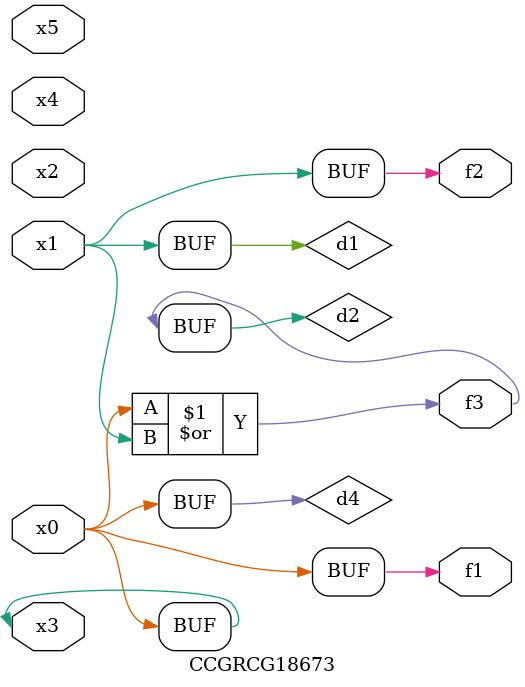
<source format=v>
module CCGRCG18673(
	input x0, x1, x2, x3, x4, x5,
	output f1, f2, f3
);

	wire d1, d2, d3, d4;

	and (d1, x1);
	or (d2, x0, x1);
	nand (d3, x0, x5);
	buf (d4, x0, x3);
	assign f1 = d4;
	assign f2 = d1;
	assign f3 = d2;
endmodule

</source>
